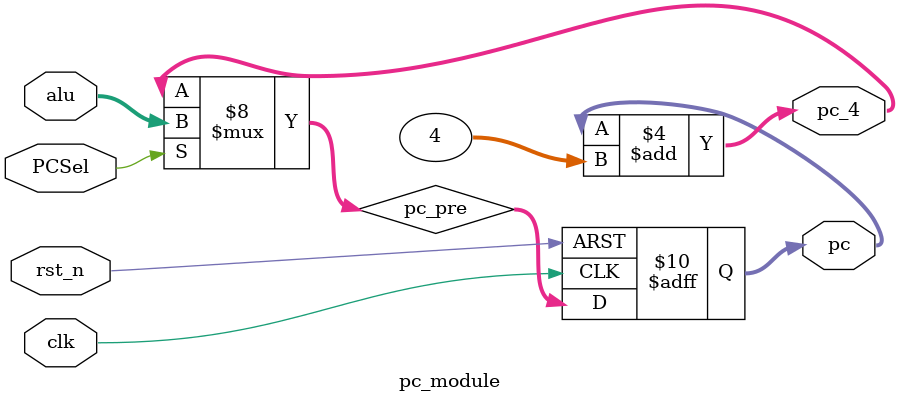
<source format=v>
module pc_module (
    alu, 
    PCSel,
    clk,
    pc,
    pc_4,
    rst_n
);

    input [31:0] alu;
    input PCSel;
    input clk;
    input rst_n;

    output reg [31:0] pc_4;
    output reg [31:0] pc;

    reg [31:0] pc_pre;

    always @(posedge clk or negedge rst_n) begin
        if (!rst_n) begin
            pc <= 0;
        end else begin
            pc <= pc_pre;
        end
        // pc <= pc_pre;
    end

    always @(pc) begin
        pc_4 = pc + 32'h00000004;
    end

    always @(PCSel or pc_4 or alu) begin
        if(PCSel == 0) begin
            pc_pre = pc_4;
        end else begin
            pc_pre = alu;
        end
    end
endmodule
</source>
